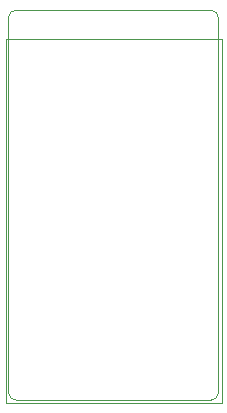
<source format=gbr>
%TF.GenerationSoftware,KiCad,Pcbnew,5.1.5+dfsg1-2~bpo10+1*%
%TF.CreationDate,Date%
%TF.ProjectId,ProMicro_ESP12E,50726f4d-6963-4726-9f5f-455350313245,v1.0*%
%TF.SameCoordinates,Original*%
%TF.FileFunction,Other,User*%
%FSLAX45Y45*%
G04 Gerber Fmt 4.5, Leading zero omitted, Abs format (unit mm)*
G04 Created by KiCad*
%MOMM*%
%LPD*%
G04 APERTURE LIST*
%ADD10C,0.100000*%
%ADD11C,0.050000*%
G04 APERTURE END LIST*
D10*
X-63500Y3175000D02*
G75*
G03X-127000Y3111500I0J-63500D01*
G01*
X1651000Y3111500D02*
G75*
G03X1587500Y3175000I-63500J0D01*
G01*
X1587500Y-127000D02*
G75*
G03X1651000Y-63500I0J63500D01*
G01*
X-127000Y-63500D02*
G75*
G03X-63500Y-127000I63500J0D01*
G01*
X-127000Y3111500D02*
X-127000Y-63500D01*
X1587500Y3175000D02*
X-63500Y3175000D01*
X1651000Y-63500D02*
X1651000Y3111500D01*
X-63500Y-127000D02*
X1587500Y-127000D01*
D11*
X1680000Y2930000D02*
X-150000Y2930000D01*
X1680000Y2930000D02*
X1680000Y-150000D01*
X-150000Y-150000D02*
X-150000Y2930000D01*
X-150000Y-150000D02*
X1680000Y-150000D01*
M02*

</source>
